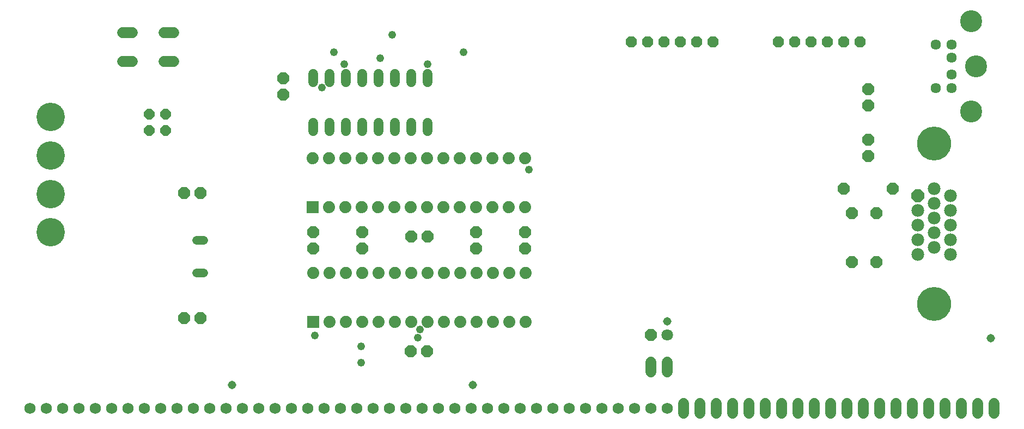
<source format=gbs>
G75*
%MOIN*%
%OFA0B0*%
%FSLAX25Y25*%
%IPPOS*%
%LPD*%
%AMOC8*
5,1,8,0,0,1.08239X$1,22.5*
%
%ADD10C,0.07800*%
%ADD11OC8,0.07800*%
%ADD12C,0.20800*%
%ADD13R,0.07400X0.07400*%
%ADD14C,0.07400*%
%ADD15C,0.06343*%
%ADD16C,0.13461*%
%ADD17OC8,0.07100*%
%ADD18C,0.07100*%
%ADD19C,0.05200*%
%ADD20C,0.06000*%
%ADD21OC8,0.06400*%
%ADD22OC8,0.06800*%
%ADD23C,0.06800*%
%ADD24OC8,0.07400*%
%ADD25C,0.06800*%
%ADD26C,0.05156*%
%ADD27C,0.04800*%
%ADD28C,0.17398*%
D10*
X0552476Y0106708D03*
X0562476Y0111208D03*
X0572476Y0115708D03*
X0562476Y0120208D03*
X0552476Y0124708D03*
X0562476Y0129208D03*
X0572476Y0133708D03*
X0562476Y0138208D03*
X0572476Y0142708D03*
X0562476Y0147208D03*
X0552476Y0133708D03*
X0572476Y0124708D03*
X0552476Y0115708D03*
X0572476Y0106708D03*
D11*
X0552476Y0142708D03*
D12*
X0562476Y0174877D03*
X0562476Y0076452D03*
D13*
X0182476Y0065350D03*
X0182279Y0135861D03*
D14*
X0192279Y0135861D03*
X0202279Y0135861D03*
X0212279Y0135861D03*
X0222279Y0135861D03*
X0232279Y0135861D03*
X0242279Y0135861D03*
X0252279Y0135861D03*
X0262279Y0135861D03*
X0272279Y0135861D03*
X0282279Y0135861D03*
X0292279Y0135861D03*
X0302279Y0135861D03*
X0312279Y0135861D03*
X0312279Y0165861D03*
X0302279Y0165861D03*
X0292279Y0165861D03*
X0282279Y0165861D03*
X0272279Y0165861D03*
X0262279Y0165861D03*
X0252279Y0165861D03*
X0242279Y0165861D03*
X0232279Y0165861D03*
X0222279Y0165861D03*
X0212279Y0165861D03*
X0202279Y0165861D03*
X0192279Y0165861D03*
X0182279Y0165861D03*
X0182476Y0095350D03*
X0192476Y0095350D03*
X0202476Y0095350D03*
X0212476Y0095350D03*
X0222476Y0095350D03*
X0232476Y0095350D03*
X0242476Y0095350D03*
X0252476Y0095350D03*
X0262476Y0095350D03*
X0272476Y0095350D03*
X0282476Y0095350D03*
X0292476Y0095350D03*
X0302476Y0095350D03*
X0312476Y0095350D03*
X0312476Y0065350D03*
X0302476Y0065350D03*
X0292476Y0065350D03*
X0282476Y0065350D03*
X0272476Y0065350D03*
X0262476Y0065350D03*
X0252476Y0065350D03*
X0242476Y0065350D03*
X0232476Y0065350D03*
X0222476Y0065350D03*
X0212476Y0065350D03*
X0202476Y0065350D03*
X0192476Y0065350D03*
D15*
X0563420Y0208814D03*
X0573263Y0208814D03*
X0573263Y0217082D03*
X0573263Y0227318D03*
X0573263Y0235586D03*
X0563420Y0235586D03*
D16*
X0585074Y0249838D03*
X0588224Y0222200D03*
X0585074Y0194523D03*
D17*
X0522200Y0198145D03*
X0522200Y0208145D03*
X0522200Y0177239D03*
X0522200Y0167239D03*
X0389129Y0057318D03*
X0252239Y0047515D03*
X0242239Y0047515D03*
X0113499Y0067751D03*
X0103499Y0067751D03*
X0242436Y0117909D03*
X0252436Y0117909D03*
X0113499Y0144444D03*
X0103499Y0144444D03*
X0164326Y0204917D03*
X0164326Y0214917D03*
D18*
X0399129Y0057318D03*
D19*
X0115581Y0095507D02*
X0111181Y0095507D01*
X0111181Y0115507D02*
X0115581Y0115507D01*
D20*
X0182633Y0182395D02*
X0182633Y0187595D01*
X0192633Y0187595D02*
X0192633Y0182395D01*
X0202633Y0182395D02*
X0202633Y0187595D01*
X0212633Y0187595D02*
X0212633Y0182395D01*
X0222633Y0182395D02*
X0222633Y0187595D01*
X0232633Y0187595D02*
X0232633Y0182395D01*
X0242633Y0182395D02*
X0242633Y0187595D01*
X0252633Y0187595D02*
X0252633Y0182395D01*
X0252633Y0212395D02*
X0252633Y0217595D01*
X0242633Y0217595D02*
X0242633Y0212395D01*
X0232633Y0212395D02*
X0232633Y0217595D01*
X0222633Y0217595D02*
X0222633Y0212395D01*
X0212633Y0212395D02*
X0212633Y0217595D01*
X0202633Y0217595D02*
X0202633Y0212395D01*
X0192633Y0212395D02*
X0192633Y0217595D01*
X0182633Y0217595D02*
X0182633Y0212395D01*
D21*
X0092200Y0192909D03*
X0082200Y0192909D03*
X0082200Y0182909D03*
X0092200Y0182909D03*
D22*
X0377200Y0237200D03*
X0387200Y0237200D03*
X0397200Y0237200D03*
X0407200Y0237200D03*
X0417200Y0237200D03*
X0427200Y0237200D03*
X0467200Y0237200D03*
X0477200Y0237200D03*
X0487200Y0237200D03*
X0497200Y0237200D03*
X0507200Y0237200D03*
X0517200Y0237200D03*
D23*
X0097370Y0242832D02*
X0091370Y0242832D01*
X0071770Y0242832D02*
X0065770Y0242832D01*
X0065770Y0225032D02*
X0071770Y0225032D01*
X0091370Y0225032D02*
X0097370Y0225032D01*
X0389129Y0040633D02*
X0389129Y0034633D01*
X0399129Y0034633D02*
X0399129Y0040633D01*
X0409208Y0015436D02*
X0409208Y0009436D01*
X0419208Y0009436D02*
X0419208Y0015436D01*
X0429208Y0015436D02*
X0429208Y0009436D01*
X0439208Y0009436D02*
X0439208Y0015436D01*
X0449208Y0015436D02*
X0449208Y0009436D01*
X0459208Y0009436D02*
X0459208Y0015436D01*
X0469208Y0015436D02*
X0469208Y0009436D01*
X0479208Y0009436D02*
X0479208Y0015436D01*
X0489208Y0015436D02*
X0489208Y0009436D01*
X0499208Y0009436D02*
X0499208Y0015436D01*
X0509208Y0015436D02*
X0509208Y0009436D01*
X0519208Y0009436D02*
X0519208Y0015436D01*
X0529208Y0015436D02*
X0529208Y0009436D01*
X0539208Y0009436D02*
X0539208Y0015436D01*
X0549208Y0015436D02*
X0549208Y0009436D01*
X0559208Y0009436D02*
X0559208Y0015436D01*
X0569208Y0015436D02*
X0569208Y0009436D01*
X0579208Y0009436D02*
X0579208Y0015436D01*
X0589208Y0015436D02*
X0589208Y0009436D01*
X0599208Y0009436D02*
X0599208Y0015436D01*
D24*
X0527200Y0102200D03*
X0512200Y0102200D03*
X0512200Y0132200D03*
X0527200Y0132200D03*
X0537200Y0147200D03*
X0507200Y0147200D03*
X0312082Y0120546D03*
X0312082Y0110428D03*
X0282082Y0110428D03*
X0282082Y0120546D03*
X0212672Y0120546D03*
X0212476Y0110428D03*
X0182476Y0110428D03*
X0182672Y0120546D03*
D25*
X0009208Y0012436D03*
X0019208Y0012436D03*
X0029208Y0012436D03*
X0039208Y0012436D03*
X0049208Y0012436D03*
X0059208Y0012436D03*
X0069208Y0012436D03*
X0079208Y0012436D03*
X0089208Y0012436D03*
X0099208Y0012436D03*
X0109208Y0012436D03*
X0119208Y0012436D03*
X0129208Y0012436D03*
X0139208Y0012436D03*
X0149208Y0012436D03*
X0159208Y0012436D03*
X0169208Y0012436D03*
X0179208Y0012436D03*
X0189208Y0012436D03*
X0199208Y0012436D03*
X0209208Y0012436D03*
X0219208Y0012436D03*
X0229208Y0012436D03*
X0239208Y0012436D03*
X0249208Y0012436D03*
X0259208Y0012436D03*
X0269208Y0012436D03*
X0279208Y0012436D03*
X0289208Y0012436D03*
X0299208Y0012436D03*
X0309208Y0012436D03*
X0319208Y0012436D03*
X0329208Y0012436D03*
X0339208Y0012436D03*
X0349208Y0012436D03*
X0359208Y0012436D03*
X0369208Y0012436D03*
X0379208Y0012436D03*
X0389208Y0012436D03*
X0399208Y0012436D03*
D26*
X0280153Y0026806D03*
X0399247Y0065783D03*
X0597279Y0055546D03*
X0132909Y0026609D03*
D27*
X0183550Y0057100D03*
X0211900Y0050350D03*
X0211900Y0040450D03*
X0246550Y0055750D03*
X0247900Y0060700D03*
X0314500Y0158800D03*
X0188050Y0209200D03*
X0201550Y0223600D03*
X0195250Y0230800D03*
X0223600Y0227200D03*
X0252400Y0223600D03*
X0274450Y0230800D03*
X0230800Y0241600D03*
D28*
X0021885Y0191176D03*
X0021885Y0167554D03*
X0021885Y0143932D03*
X0021885Y0120310D03*
M02*

</source>
